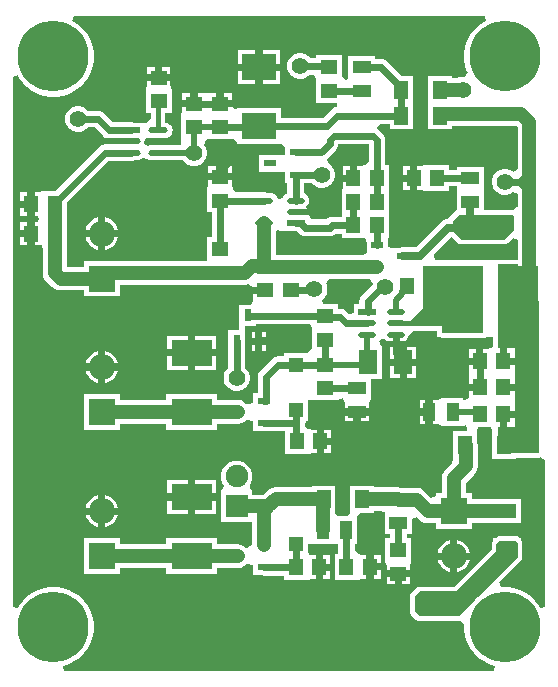
<source format=gtl>
G04*
G04 #@! TF.GenerationSoftware,Altium Limited,Altium Designer,24.10.1 (45)*
G04*
G04 Layer_Physical_Order=1*
G04 Layer_Color=255*
%FSLAX24Y24*%
%MOIN*%
G70*
G04*
G04 #@! TF.SameCoordinates,A2B8B827-00CD-4321-91CD-3D45FF0E1E4C*
G04*
G04*
G04 #@! TF.FilePolarity,Positive*
G04*
G01*
G75*
G04:AMPARAMS|DCode=22|XSize=60.6mil|YSize=19.7mil|CornerRadius=9.8mil|HoleSize=0mil|Usage=FLASHONLY|Rotation=0.000|XOffset=0mil|YOffset=0mil|HoleType=Round|Shape=RoundedRectangle|*
%AMROUNDEDRECTD22*
21,1,0.0606,0.0000,0,0,0.0*
21,1,0.0409,0.0197,0,0,0.0*
1,1,0.0197,0.0205,0.0000*
1,1,0.0197,-0.0205,0.0000*
1,1,0.0197,-0.0205,0.0000*
1,1,0.0197,0.0205,0.0000*
%
%ADD22ROUNDEDRECTD22*%
%ADD23R,0.0606X0.0197*%
%ADD24R,0.0645X0.0197*%
G04:AMPARAMS|DCode=25|XSize=64.5mil|YSize=19.7mil|CornerRadius=9.8mil|HoleSize=0mil|Usage=FLASHONLY|Rotation=0.000|XOffset=0mil|YOffset=0mil|HoleType=Round|Shape=RoundedRectangle|*
%AMROUNDEDRECTD25*
21,1,0.0645,0.0000,0,0,0.0*
21,1,0.0448,0.0197,0,0,0.0*
1,1,0.0197,0.0224,0.0000*
1,1,0.0197,-0.0224,0.0000*
1,1,0.0197,-0.0224,0.0000*
1,1,0.0197,0.0224,0.0000*
%
%ADD25ROUNDEDRECTD25*%
%ADD26R,0.0591X0.0394*%
%ADD27R,0.0394X0.0591*%
%ADD28R,0.0472X0.0591*%
%ADD29R,0.0591X0.0472*%
%ADD30R,0.1181X0.0906*%
%ADD31R,0.1378X0.0906*%
%ADD32R,0.0394X0.0236*%
%ADD33R,0.0236X0.0394*%
%ADD34R,0.0480X0.0472*%
%ADD35R,0.1378X0.2244*%
%ADD36R,0.0551X0.0472*%
%ADD37R,0.0472X0.0551*%
%ADD38R,0.0630X0.0787*%
%ADD39R,0.0472X0.0551*%
%ADD40R,0.0551X0.0472*%
%ADD64C,0.0236*%
%ADD65C,0.0472*%
%ADD66C,0.0197*%
%ADD67C,0.0276*%
%ADD68C,0.0354*%
%ADD69C,0.0157*%
%ADD70C,0.0866*%
%ADD71R,0.0866X0.0866*%
%ADD72R,0.0748X0.0748*%
%ADD73C,0.0748*%
%ADD74C,0.2362*%
%ADD75C,0.0551*%
G36*
X15748Y21654D02*
X15676Y21617D01*
X15506Y21493D01*
X15357Y21344D01*
X15233Y21174D01*
X15137Y20986D01*
X15072Y20786D01*
X15039Y20578D01*
Y20367D01*
X15072Y20159D01*
X15137Y19959D01*
X15146Y19942D01*
X15086Y19848D01*
X15040Y19803D01*
X14943D01*
X14833Y19774D01*
X14822Y19767D01*
X14620D01*
Y19823D01*
X13833D01*
Y19396D01*
X13829Y19370D01*
X13833Y19344D01*
Y18917D01*
Y18589D01*
X13829Y18563D01*
Y18504D01*
X13833Y18478D01*
Y18051D01*
X14620D01*
Y18166D01*
X16763D01*
X16808Y18122D01*
Y16705D01*
X16657Y16632D01*
X16644Y16646D01*
X16545Y16703D01*
X16435Y16732D01*
X16321D01*
X16211Y16703D01*
X16112Y16646D01*
X16031Y16565D01*
X15974Y16466D01*
X15945Y16356D01*
Y16242D01*
X15974Y16132D01*
X16031Y16033D01*
X16112Y15953D01*
X16211Y15896D01*
X16321Y15866D01*
X16435D01*
X16545Y15896D01*
X16644Y15953D01*
X16657Y15966D01*
X16808Y15894D01*
Y15473D01*
X16782Y15438D01*
X16654Y15357D01*
X16654Y15357D01*
X15689D01*
Y15906D01*
X15689Y16024D01*
X15689Y16142D01*
Y16772D01*
X14783D01*
Y16695D01*
X14528D01*
Y16850D01*
X13842D01*
X13740Y16850D01*
X13599Y16811D01*
X13465D01*
Y16417D01*
Y16024D01*
X13599D01*
X13740Y15984D01*
X13842Y15984D01*
X14528D01*
Y16139D01*
X14778D01*
X14783Y15984D01*
X14783Y15906D01*
Y15346D01*
X14781Y15345D01*
X14729Y15310D01*
X14532Y15114D01*
X14497Y15062D01*
X14488D01*
X14488Y15062D01*
X14411Y15051D01*
X14339Y15022D01*
X14278Y14974D01*
X13420Y14117D01*
X12989D01*
X12912Y14107D01*
X12883Y14094D01*
X12635D01*
Y14094D01*
X12483Y14109D01*
Y14409D01*
X12520D01*
Y15197D01*
Y15984D01*
Y16850D01*
X12404D01*
Y17696D01*
X12394Y17768D01*
X12367Y17835D01*
X12323Y17893D01*
X12184Y18031D01*
X12136Y18068D01*
X12135Y18085D01*
X12210Y18226D01*
X12545D01*
Y18051D01*
X12803D01*
X12821Y18049D01*
X12839Y18051D01*
X13333D01*
Y18917D01*
Y19823D01*
X12938D01*
X12447Y20315D01*
X12389Y20359D01*
X12322Y20387D01*
X12250Y20396D01*
X12067D01*
Y20472D01*
X11161D01*
Y19843D01*
X11161Y19764D01*
X11160Y19718D01*
X11089Y19693D01*
X10945Y19807D01*
Y19882D01*
Y20512D01*
X10079D01*
Y20416D01*
X9918D01*
X9913Y20423D01*
X9833Y20504D01*
X9734Y20561D01*
X9624Y20591D01*
X9510D01*
X9400Y20561D01*
X9301Y20504D01*
X9220Y20423D01*
X9163Y20325D01*
X9134Y20214D01*
Y20100D01*
X9163Y19990D01*
X9220Y19892D01*
X9301Y19811D01*
X9400Y19754D01*
X9510Y19724D01*
X9624D01*
X9734Y19754D01*
X9833Y19811D01*
X9880Y19858D01*
X10032Y19843D01*
X10079Y19724D01*
X10079Y19567D01*
Y18937D01*
X10774D01*
X10784Y18780D01*
X10730Y18772D01*
X10663Y18745D01*
X10606Y18700D01*
X10333Y18428D01*
X8937D01*
Y18760D01*
X7441D01*
Y18724D01*
X7389Y18708D01*
X7306Y18780D01*
X6890D01*
Y18898D01*
X6772D01*
Y19252D01*
X6575D01*
X6457Y19252D01*
X6339Y19252D01*
X6142D01*
Y18898D01*
X6024D01*
Y18780D01*
X5630D01*
Y18645D01*
X5591Y18504D01*
X5591Y18402D01*
Y17717D01*
X5591D01*
X5601Y17559D01*
X5573Y17522D01*
X4605D01*
X4538Y17513D01*
X4480Y17489D01*
X4435Y17523D01*
X4363Y17586D01*
X4385Y17726D01*
X4418Y17757D01*
X4548Y17761D01*
X4605Y17754D01*
X5053D01*
X5120Y17762D01*
X5182Y17788D01*
X5236Y17829D01*
X5277Y17883D01*
X5303Y17945D01*
X5311Y18012D01*
X5303Y18079D01*
X5277Y18141D01*
X5236Y18194D01*
X5182Y18235D01*
X5120Y18261D01*
X5070Y18268D01*
Y18583D01*
X5276D01*
Y19268D01*
X5276Y19370D01*
X5236Y19511D01*
Y19646D01*
X4449D01*
Y19511D01*
X4409Y19370D01*
X4409Y19268D01*
Y18583D01*
X4588D01*
Y18404D01*
X4431Y18266D01*
X4391Y18268D01*
Y18268D01*
X4013D01*
X3983Y18280D01*
X3911Y18290D01*
X3317D01*
X3024Y18582D01*
X2967Y18627D01*
X2900Y18654D01*
X2828Y18664D01*
X2500D01*
X2431Y18732D01*
X2333Y18789D01*
X2222Y18819D01*
X2108D01*
X1998Y18789D01*
X1899Y18732D01*
X1819Y18652D01*
X1762Y18553D01*
X1732Y18443D01*
Y18329D01*
X1762Y18219D01*
X1819Y18120D01*
X1899Y18039D01*
X1998Y17982D01*
X2108Y17953D01*
X2222D01*
X2333Y17982D01*
X2431Y18039D01*
X2500Y18108D01*
X2713D01*
X3005Y17815D01*
X3063Y17771D01*
X3130Y17743D01*
X3202Y17734D01*
X3325D01*
X3350Y17717D01*
Y17689D01*
X3200Y17542D01*
X3051D01*
X2979Y17532D01*
X2912Y17505D01*
X2855Y17460D01*
X1381Y15987D01*
X1378Y15988D01*
X1352Y15984D01*
X984Y15984D01*
X843Y15945D01*
X709D01*
Y15551D01*
Y15157D01*
X810D01*
X868Y15059D01*
X810Y14961D01*
X709D01*
Y14567D01*
Y14173D01*
X823D01*
X945Y14173D01*
X981Y14031D01*
Y13268D01*
X994Y13165D01*
X1034Y13069D01*
X1097Y12987D01*
X1294Y12790D01*
X1376Y12727D01*
X1472Y12687D01*
X1575Y12674D01*
X2362D01*
Y12480D01*
X3543D01*
Y12871D01*
X7717D01*
X7819Y12884D01*
X7835Y12890D01*
X7992Y12795D01*
X8386D01*
Y12559D01*
X7992D01*
Y12323D01*
X7912Y12199D01*
X7535D01*
Y11862D01*
X7533Y11844D01*
Y11828D01*
X7535Y11810D01*
Y11496D01*
X7535Y11490D01*
X7521Y11339D01*
X7165D01*
Y11002D01*
X7163Y10984D01*
Y10098D01*
X7094Y10030D01*
X7037Y9931D01*
X7008Y9821D01*
Y9707D01*
X7037Y9597D01*
X7094Y9498D01*
X7175Y9417D01*
X7274Y9360D01*
X7384Y9331D01*
X7498D01*
X7608Y9360D01*
X7707Y9417D01*
X7787Y9498D01*
X7844Y9597D01*
X7874Y9707D01*
Y9821D01*
X7844Y9931D01*
X7787Y10030D01*
X7719Y10098D01*
Y10984D01*
X7717Y11002D01*
Y11332D01*
X7717Y11339D01*
X7731Y11490D01*
X8087D01*
Y11550D01*
X9900D01*
X9961Y11417D01*
Y10748D01*
X9819Y10592D01*
X9807Y10593D01*
Y10593D01*
X9012D01*
Y10477D01*
X8821D01*
X8749Y10467D01*
X8682Y10440D01*
X8624Y10395D01*
X8229Y10000D01*
X8184Y9942D01*
X8157Y9875D01*
X8147Y9803D01*
Y9268D01*
X7989D01*
Y8912D01*
X7838Y8898D01*
X7832Y8898D01*
X7768D01*
X7764Y8903D01*
X7682Y8966D01*
X7586Y9006D01*
X7483Y9019D01*
X6791D01*
Y9232D01*
X5098D01*
Y9019D01*
X3543D01*
Y9213D01*
X2362D01*
Y8031D01*
X3543D01*
Y8225D01*
X5098D01*
Y8012D01*
X6791D01*
Y8225D01*
X7483D01*
X7586Y8238D01*
X7682Y8278D01*
X7764Y8341D01*
X7768Y8346D01*
X7832D01*
X7838Y8346D01*
X7989Y8332D01*
Y7976D01*
X8325D01*
X8343Y7974D01*
X9055D01*
Y7205D01*
X9741D01*
X9843Y7205D01*
X9984Y7244D01*
X10118D01*
Y7638D01*
Y8031D01*
X9984D01*
X9843Y8071D01*
X9799D01*
X9722Y8148D01*
X9771Y8305D01*
X9807D01*
Y9006D01*
X9961Y9016D01*
X9965Y9016D01*
X10827D01*
Y9016D01*
X10984Y9075D01*
X11004Y9055D01*
X11043Y8914D01*
X11043Y8898D01*
Y8740D01*
X11457D01*
X11870D01*
X11870Y8914D01*
X11909Y9055D01*
X11909Y9078D01*
Y9724D01*
X12283D01*
Y10827D01*
X12273D01*
X12195Y10973D01*
X12248Y11051D01*
X12398Y11050D01*
X12401Y11045D01*
X12473Y10997D01*
X12557Y10980D01*
X12644D01*
Y11201D01*
X12880D01*
Y10980D01*
X12967D01*
X13051Y10997D01*
X13123Y11045D01*
X13171Y11116D01*
X13187Y11201D01*
X13312Y11336D01*
X14131D01*
Y11260D01*
X14134Y11244D01*
Y11122D01*
X14214D01*
X14230Y11112D01*
X14291Y11099D01*
X15669D01*
X15678Y11101D01*
X15827Y11122D01*
Y11122D01*
X15981Y11115D01*
Y10835D01*
X15926Y10743D01*
X15804Y10709D01*
X15669D01*
Y10315D01*
X15551D01*
Y10197D01*
X15197D01*
Y10000D01*
X15197Y9882D01*
X15197Y9764D01*
Y9567D01*
X15551D01*
Y9331D01*
X15197D01*
Y9130D01*
X15186Y9086D01*
X15049Y9015D01*
X15000Y9033D01*
Y9075D01*
X14314D01*
X14291Y9075D01*
X14150Y9035D01*
X14134Y9035D01*
X13976D01*
Y8622D01*
Y8209D01*
X14150Y8209D01*
X14291Y8169D01*
X14314Y8169D01*
X15000D01*
Y8169D01*
X15080Y8182D01*
X15135Y8046D01*
X15110Y7972D01*
X14671D01*
Y7067D01*
X14671Y7067D01*
X14671D01*
X14671Y7067D01*
X14636Y6924D01*
X14404Y6692D01*
X14341Y6610D01*
X14301Y6514D01*
X14288Y6411D01*
Y5909D01*
X14094D01*
Y5824D01*
X13937Y5758D01*
X13726Y5970D01*
X13643Y6033D01*
X13548Y6073D01*
X13445Y6086D01*
X12952D01*
X12937Y6092D01*
X12835Y6106D01*
X12022D01*
Y6161D01*
X11234D01*
Y5734D01*
X11231Y5709D01*
X11234Y5683D01*
Y5295D01*
X11234Y5256D01*
X11139Y5138D01*
X10829Y5138D01*
X10738Y5252D01*
X10734Y5290D01*
Y5683D01*
X10738Y5709D01*
X10734Y5734D01*
Y6161D01*
X9947D01*
Y6106D01*
X9424D01*
X9409Y6108D01*
X8742D01*
X8639Y6094D01*
X8544Y6055D01*
X8461Y5991D01*
X8339Y5870D01*
X7972D01*
Y6004D01*
X7947D01*
X7893Y6099D01*
X7875Y6161D01*
X7936Y6267D01*
X7972Y6402D01*
Y6542D01*
X7936Y6678D01*
X7866Y6799D01*
X7767Y6898D01*
X7646Y6968D01*
X7511Y7004D01*
X7371D01*
X7236Y6968D01*
X7115Y6898D01*
X7016Y6799D01*
X6946Y6678D01*
X6909Y6542D01*
Y6402D01*
X6946Y6267D01*
X7007Y6161D01*
X6989Y6099D01*
X6935Y6004D01*
X6909D01*
Y4941D01*
X7946D01*
Y4207D01*
X7900Y4159D01*
X7800Y4094D01*
X7768D01*
X7764Y4100D01*
X7682Y4163D01*
X7586Y4202D01*
X7483Y4216D01*
X6791D01*
Y4429D01*
X5098D01*
Y4216D01*
X3543D01*
Y4409D01*
X2362D01*
Y3228D01*
X3543D01*
Y3422D01*
X5098D01*
Y3209D01*
X6791D01*
Y3422D01*
X7483D01*
X7586Y3435D01*
X7682Y3475D01*
X7764Y3538D01*
X7768Y3543D01*
X7832D01*
X7838Y3543D01*
X7989Y3528D01*
Y3173D01*
X8325D01*
X8343Y3171D01*
X9016D01*
Y3016D01*
X9701D01*
X9803Y3016D01*
X9944Y3055D01*
X10079D01*
Y3449D01*
Y3843D01*
X9965D01*
X9843Y3843D01*
X9807Y3985D01*
Y4223D01*
X9961Y4232D01*
X9965Y4232D01*
X10591D01*
X10669Y4232D01*
X10824Y4227D01*
Y3898D01*
X10709D01*
Y3031D01*
X11394D01*
X11496Y3031D01*
X11637Y3071D01*
X11772D01*
Y3465D01*
Y3858D01*
X11637D01*
X11496Y3898D01*
X11492D01*
X11380Y4009D01*
Y4232D01*
X11457D01*
Y5098D01*
X11457Y5138D01*
X11552Y5256D01*
X12022D01*
Y5312D01*
X12239D01*
X12382Y5276D01*
X12382Y5154D01*
Y4567D01*
X12557D01*
Y4409D01*
X12402D01*
Y3724D01*
X12402Y3622D01*
X12441Y3481D01*
Y3346D01*
X12835D01*
X13228D01*
Y3481D01*
X13268Y3622D01*
X13268Y3724D01*
Y4409D01*
X13113D01*
Y4567D01*
X13287D01*
Y5062D01*
X13445Y5127D01*
X13538Y5034D01*
X13620Y4971D01*
X13716Y4931D01*
X13819Y4918D01*
X14094D01*
Y4728D01*
X15276D01*
Y4927D01*
X16452D01*
X16515Y4935D01*
X16909D01*
Y5722D01*
X16482D01*
X16457Y5726D01*
X16431Y5722D01*
X16004D01*
Y5721D01*
X15276D01*
Y5909D01*
X15082D01*
Y6247D01*
X15360Y6524D01*
X15423Y6607D01*
X15462Y6702D01*
X15476Y6805D01*
Y7520D01*
X15462Y7622D01*
X15459Y7631D01*
Y7953D01*
X15459Y7972D01*
X15506Y8110D01*
X15911Y8110D01*
X15957Y7977D01*
X15959Y7958D01*
Y7067D01*
X16746D01*
Y7084D01*
X17480D01*
X17480Y7084D01*
X17542Y7096D01*
X17559Y7107D01*
X17670Y7069D01*
X17717Y7031D01*
Y2125D01*
X17559Y2087D01*
X17523Y2158D01*
X17399Y2329D01*
X17250Y2478D01*
X17080Y2602D01*
X16892Y2697D01*
X16691Y2762D01*
X16483Y2795D01*
X16277D01*
X16269Y2804D01*
X16202Y2944D01*
X16906Y3648D01*
X16909D01*
Y3651D01*
X16925Y3666D01*
X16959Y3718D01*
X16972Y3780D01*
X16972Y3780D01*
Y4252D01*
X16959Y4313D01*
X16925Y4365D01*
X16925Y4366D01*
X16909Y4381D01*
Y4435D01*
X16855D01*
X16846Y4444D01*
X16794Y4479D01*
X16732Y4491D01*
X16732Y4491D01*
X16220D01*
X16220Y4491D01*
X16159Y4479D01*
X16107Y4444D01*
X16107Y4444D01*
X16098Y4435D01*
X16004D01*
Y4341D01*
X15989Y4326D01*
X15954Y4274D01*
X15942Y4213D01*
X15942Y4213D01*
Y4043D01*
X14697Y2798D01*
X13543D01*
X13543Y2798D01*
X13482Y2786D01*
X13430Y2751D01*
X13430Y2751D01*
X13272Y2594D01*
X13237Y2542D01*
X13225Y2480D01*
X13225Y2480D01*
Y1969D01*
X13225Y1969D01*
X13237Y1907D01*
X13272Y1855D01*
X13272Y1855D01*
X13430Y1697D01*
X13482Y1663D01*
X13543Y1650D01*
X13543Y1650D01*
X14843D01*
X14843Y1650D01*
X14904Y1663D01*
X15040Y1564D01*
X15039Y1562D01*
Y1351D01*
X15072Y1143D01*
X15137Y943D01*
X15233Y755D01*
X15357Y585D01*
X15506Y436D01*
X15676Y312D01*
X15864Y216D01*
X16064Y151D01*
X16033Y0D01*
X1684D01*
X1652Y151D01*
X1852Y216D01*
X2040Y312D01*
X2211Y436D01*
X2360Y585D01*
X2483Y755D01*
X2579Y943D01*
X2644Y1143D01*
X2677Y1351D01*
Y1562D01*
X2644Y1770D01*
X2579Y1971D01*
X2483Y2158D01*
X2360Y2329D01*
X2211Y2478D01*
X2040Y2602D01*
X1852Y2697D01*
X1652Y2762D01*
X1444Y2795D01*
X1233D01*
X1025Y2762D01*
X825Y2697D01*
X637Y2602D01*
X467Y2478D01*
X318Y2329D01*
X194Y2158D01*
X157Y2087D01*
X0Y2125D01*
Y19804D01*
X157Y19842D01*
X194Y19771D01*
X318Y19600D01*
X467Y19451D01*
X637Y19328D01*
X825Y19232D01*
X1025Y19167D01*
X1233Y19134D01*
X1444D01*
X1652Y19167D01*
X1852Y19232D01*
X2040Y19328D01*
X2211Y19451D01*
X2360Y19600D01*
X2483Y19771D01*
X2579Y19959D01*
X2644Y20159D01*
X2677Y20367D01*
Y20578D01*
X2644Y20786D01*
X2579Y20986D01*
X2483Y21174D01*
X2360Y21344D01*
X2211Y21493D01*
X2040Y21617D01*
X1969Y21654D01*
X2007Y21811D01*
X15710D01*
X15748Y21654D01*
D02*
G37*
G36*
X11848Y16962D02*
X11737Y16850D01*
X11732D01*
X11591Y16811D01*
X11457D01*
Y16417D01*
X11339D01*
Y16299D01*
X10984D01*
Y16063D01*
X10945D01*
Y15197D01*
Y15120D01*
X10622D01*
X10550Y15111D01*
X10483Y15083D01*
X10429Y15042D01*
X9923D01*
X9870Y15177D01*
D01*
X9830Y15318D01*
X9818Y15380D01*
X9770Y15451D01*
X9838Y15540D01*
X9863Y15602D01*
X9872Y15669D01*
X9863Y15736D01*
X9838Y15798D01*
X9797Y15852D01*
X9743Y15893D01*
X9687Y15916D01*
Y16257D01*
X9941D01*
X10010Y16189D01*
X10108Y16132D01*
X10219Y16102D01*
X10333D01*
X10443Y16132D01*
X10541Y16189D01*
X10622Y16270D01*
X10679Y16368D01*
X10709Y16478D01*
Y16592D01*
X10679Y16703D01*
X10622Y16801D01*
X10541Y16882D01*
X10496Y16908D01*
X10469Y17053D01*
X10478Y17093D01*
X10748Y17363D01*
X10792Y17420D01*
X10820Y17487D01*
X10829Y17557D01*
X11848D01*
Y16962D01*
D02*
G37*
G36*
X7323Y17717D02*
X7441Y17621D01*
Y17539D01*
X8902D01*
X8937Y17539D01*
X9055Y17444D01*
Y17196D01*
X8904Y17181D01*
X8898Y17181D01*
X8195D01*
Y16630D01*
X8898D01*
X8904Y16630D01*
X9055Y16615D01*
Y16260D01*
X9131D01*
Y15916D01*
X9076Y15893D01*
X9022Y15852D01*
X8981Y15798D01*
X8964Y15757D01*
X8882Y15737D01*
X8799Y15757D01*
X8782Y15798D01*
X8741Y15852D01*
X8688Y15893D01*
X8625Y15919D01*
X8559Y15927D01*
X8451D01*
X8426Y15938D01*
X8354Y15947D01*
X7434D01*
X7323Y16059D01*
Y16063D01*
X7283Y16204D01*
Y16339D01*
X6496D01*
Y16204D01*
X6457Y16063D01*
X6457Y15961D01*
Y15276D01*
X6612D01*
Y14449D01*
X6457D01*
Y13665D01*
X3150D01*
X3124Y13661D01*
X2362D01*
Y13468D01*
X1775D01*
Y14567D01*
Y15591D01*
X1775Y15594D01*
X3166Y16986D01*
X3911D01*
X3983Y16995D01*
X4008Y17006D01*
X4135D01*
X4202Y17014D01*
X4264Y17040D01*
X4318Y17081D01*
X4476Y17040D01*
X4538Y17014D01*
X4605Y17006D01*
X5661D01*
X5677Y16978D01*
X5758Y16898D01*
X5856Y16841D01*
X5967Y16811D01*
X6081D01*
X6191Y16841D01*
X6290Y16898D01*
X6370Y16978D01*
X6427Y17077D01*
X6457Y17187D01*
Y17301D01*
X6427Y17411D01*
X6370Y17510D01*
X6411Y17679D01*
X6457Y17717D01*
X6457D01*
Y17717D01*
X7323D01*
D02*
G37*
G36*
X16693Y15157D02*
Y14685D01*
X16378Y14370D01*
X14921D01*
X14646Y14646D01*
Y15000D01*
X14843Y15197D01*
X16654D01*
X16693Y15157D01*
D02*
G37*
G36*
X8949Y14665D02*
Y14665D01*
X9307D01*
X9338Y14653D01*
X9409Y14643D01*
X9460D01*
X9536Y14567D01*
X9593Y14523D01*
X9660Y14495D01*
X9732Y14486D01*
X10543D01*
X10615Y14495D01*
X10682Y14523D01*
X10736Y14565D01*
X10945D01*
Y14409D01*
X11575D01*
X11732Y14409D01*
X11775Y14270D01*
Y13913D01*
X11642Y13854D01*
X9685D01*
Y13858D01*
X9278D01*
X9252Y13862D01*
X8767D01*
Y14659D01*
X8791Y14680D01*
X8949Y14665D01*
D02*
G37*
G36*
X14808Y14257D02*
X14860Y14222D01*
X14921Y14210D01*
X14921Y14210D01*
X16378D01*
X16439Y14222D01*
X16491Y14257D01*
X16650Y14415D01*
X16808Y14350D01*
Y13704D01*
X16142D01*
X16133Y13702D01*
X15984Y13681D01*
X15984Y13681D01*
X15827Y13681D01*
Y13681D01*
X14134D01*
X14134Y13681D01*
Y13681D01*
X14068Y13700D01*
X14015Y13870D01*
X14605Y14459D01*
X14808Y14257D01*
D02*
G37*
G36*
X11982Y12902D02*
X11979Y12890D01*
X11614Y12526D01*
X11570Y12468D01*
X11543Y12401D01*
X11533Y12329D01*
Y12205D01*
X11344D01*
Y11927D01*
X11187Y11883D01*
X11102Y11968D01*
X11044Y12012D01*
X10977Y12040D01*
X10906Y12050D01*
X10827D01*
Y12205D01*
X10334D01*
X10292Y12362D01*
X10305Y12370D01*
X10386Y12451D01*
X10443Y12549D01*
X10472Y12660D01*
Y12774D01*
X10443Y12884D01*
X10432Y12902D01*
X10523Y13060D01*
X11889D01*
X11982Y12902D01*
D02*
G37*
G36*
X15669Y11260D02*
X14291D01*
Y11496D01*
X12598D01*
Y11654D01*
X13228D01*
X13661Y12087D01*
Y13504D01*
X15669D01*
Y11260D01*
D02*
G37*
G36*
X16808Y12940D02*
X16550Y12682D01*
X16487Y12600D01*
X16447Y12504D01*
X16434Y12402D01*
X16447Y12299D01*
X16487Y12203D01*
X16550Y12121D01*
X16632Y12058D01*
X16728Y12018D01*
X16831Y12004D01*
X16933Y12018D01*
X17029Y12058D01*
X17112Y12121D01*
X17362Y12371D01*
X17520Y12306D01*
Y7283D01*
X17480Y7244D01*
X16142D01*
Y8110D01*
X16220D01*
Y8543D01*
X16339D01*
Y8661D01*
X16732D01*
Y8976D01*
X16732D01*
Y9016D01*
X16732D01*
Y9331D01*
X16339D01*
Y9567D01*
X16732D01*
Y9724D01*
X16732Y9882D01*
X16732D01*
Y9882D01*
X16732D01*
Y10197D01*
X16339D01*
Y10315D01*
X16220D01*
Y10748D01*
X16142D01*
Y13543D01*
X16808D01*
Y12940D01*
D02*
G37*
G36*
X16811Y4252D02*
Y3780D01*
X15491Y2460D01*
X15429Y2406D01*
X15375Y2344D01*
X14843Y1811D01*
X13543D01*
X13386Y1969D01*
Y2480D01*
X13543Y2638D01*
X14764D01*
X16102Y3976D01*
Y4213D01*
X16220Y4331D01*
X16732D01*
X16811Y4252D01*
D02*
G37*
%LPC*%
G36*
X8898Y20689D02*
X8307D01*
Y20236D01*
X8898D01*
Y20689D01*
D02*
G37*
G36*
X8071D02*
X7480D01*
Y20236D01*
X8071D01*
Y20689D01*
D02*
G37*
G36*
X5236Y20118D02*
X4961D01*
Y19882D01*
X5236D01*
Y20118D01*
D02*
G37*
G36*
X4724D02*
X4449D01*
Y19882D01*
X4724D01*
Y20118D01*
D02*
G37*
G36*
X8898Y20000D02*
X8307D01*
Y19547D01*
X8898D01*
Y20000D01*
D02*
G37*
G36*
X8071D02*
X7480D01*
Y19547D01*
X8071D01*
Y20000D01*
D02*
G37*
G36*
X5906Y19252D02*
X5630D01*
Y19016D01*
X5906D01*
Y19252D01*
D02*
G37*
G36*
X7008D02*
Y19016D01*
X7283D01*
Y19252D01*
X7008D01*
D02*
G37*
G36*
X13228Y16811D02*
X12992D01*
Y16535D01*
X13228D01*
Y16811D01*
D02*
G37*
G36*
Y16299D02*
X12992D01*
Y16024D01*
X13228D01*
Y16299D01*
D02*
G37*
G36*
X472Y15945D02*
X236D01*
Y15669D01*
X472D01*
Y15945D01*
D02*
G37*
G36*
Y15433D02*
X236D01*
Y15157D01*
X472D01*
Y15433D01*
D02*
G37*
G36*
Y14961D02*
X236D01*
Y14685D01*
X472D01*
Y14961D01*
D02*
G37*
G36*
Y14449D02*
X236D01*
Y14173D01*
X472D01*
Y14449D01*
D02*
G37*
G36*
X8417Y11299D02*
X8299D01*
Y11102D01*
X8417D01*
Y11299D01*
D02*
G37*
G36*
X8063D02*
X7945D01*
Y11102D01*
X8063D01*
Y11299D01*
D02*
G37*
G36*
X6752Y11161D02*
X6063D01*
Y10709D01*
X6752D01*
Y11161D01*
D02*
G37*
G36*
X5827D02*
X5138D01*
Y10709D01*
X5827D01*
Y11161D01*
D02*
G37*
G36*
X8417Y10866D02*
X8299D01*
Y10669D01*
X8417D01*
Y10866D01*
D02*
G37*
G36*
X8063D02*
X7945D01*
Y10669D01*
X8063D01*
Y10866D01*
D02*
G37*
G36*
X15433Y10709D02*
X15197D01*
Y10433D01*
X15433D01*
Y10709D01*
D02*
G37*
G36*
X13425Y10787D02*
X13110D01*
Y10394D01*
X13425D01*
Y10787D01*
D02*
G37*
G36*
X12874D02*
X12559D01*
Y10394D01*
X12874D01*
Y10787D01*
D02*
G37*
G36*
X3071Y10661D02*
Y10240D01*
X3492D01*
X3466Y10335D01*
X3394Y10460D01*
X3291Y10563D01*
X3165Y10636D01*
X3071Y10661D01*
D02*
G37*
G36*
X2835D02*
X2740Y10636D01*
X2614Y10563D01*
X2512Y10460D01*
X2439Y10335D01*
X2414Y10240D01*
X2835D01*
Y10661D01*
D02*
G37*
G36*
X6752Y10472D02*
X6063D01*
Y10020D01*
X6752D01*
Y10472D01*
D02*
G37*
G36*
X5827D02*
X5138D01*
Y10020D01*
X5827D01*
Y10472D01*
D02*
G37*
G36*
X13425Y10157D02*
X13110D01*
Y9764D01*
X13425D01*
Y10157D01*
D02*
G37*
G36*
X12874D02*
X12559D01*
Y9764D01*
X12874D01*
Y10157D01*
D02*
G37*
G36*
X3492Y10004D02*
X3071D01*
Y9583D01*
X3165Y9608D01*
X3291Y9681D01*
X3394Y9784D01*
X3466Y9909D01*
X3492Y10004D01*
D02*
G37*
G36*
X2835D02*
X2414D01*
X2439Y9909D01*
X2512Y9784D01*
X2614Y9681D01*
X2740Y9608D01*
X2835Y9583D01*
Y10004D01*
D02*
G37*
G36*
X13740Y9035D02*
X13543D01*
Y8740D01*
X13740D01*
Y9035D01*
D02*
G37*
G36*
X11870Y8504D02*
X11575D01*
Y8307D01*
X11870D01*
Y8504D01*
D02*
G37*
G36*
X11339D02*
X11043D01*
Y8307D01*
X11339D01*
Y8504D01*
D02*
G37*
G36*
X13740Y8504D02*
X13543D01*
Y8209D01*
X13740D01*
Y8504D01*
D02*
G37*
G36*
X10354Y8031D02*
Y7756D01*
X10591D01*
Y8031D01*
X10354D01*
D02*
G37*
G36*
X10591Y7520D02*
X10354D01*
Y7244D01*
X10591D01*
Y7520D01*
D02*
G37*
G36*
X6752Y6358D02*
X6063D01*
Y5906D01*
X6752D01*
Y6358D01*
D02*
G37*
G36*
X5827D02*
X5138D01*
Y5906D01*
X5827D01*
Y6358D01*
D02*
G37*
G36*
X3071Y5858D02*
Y5437D01*
X3492D01*
X3466Y5532D01*
X3394Y5657D01*
X3291Y5760D01*
X3165Y5833D01*
X3071Y5858D01*
D02*
G37*
G36*
X2835Y5858D02*
X2740Y5833D01*
X2614Y5760D01*
X2512Y5657D01*
X2439Y5532D01*
X2414Y5437D01*
X2835D01*
Y5858D01*
D02*
G37*
G36*
X6752Y5669D02*
X6063D01*
Y5217D01*
X6752D01*
Y5669D01*
D02*
G37*
G36*
X5827D02*
X5138D01*
Y5217D01*
X5827D01*
Y5669D01*
D02*
G37*
G36*
X2835Y5201D02*
X2414D01*
X2439Y5106D01*
X2512Y4980D01*
X2614Y4878D01*
X2740Y4805D01*
X2835Y4780D01*
Y5201D01*
D02*
G37*
G36*
X3492D02*
X3071D01*
Y4780D01*
X3165Y4805D01*
X3291Y4878D01*
X3394Y4980D01*
X3466Y5106D01*
X3492Y5201D01*
D02*
G37*
G36*
X14803Y4358D02*
Y3937D01*
X15224D01*
X15199Y4032D01*
X15126Y4157D01*
X15023Y4260D01*
X14898Y4333D01*
X14803Y4358D01*
D02*
G37*
G36*
X14567D02*
X14472Y4333D01*
X14347Y4260D01*
X14244Y4157D01*
X14171Y4032D01*
X14146Y3937D01*
X14567D01*
Y4358D01*
D02*
G37*
G36*
X12008Y3858D02*
Y3583D01*
X12244D01*
Y3858D01*
X12008D01*
D02*
G37*
G36*
X10315Y3843D02*
Y3567D01*
X10551D01*
Y3843D01*
X10315D01*
D02*
G37*
G36*
X14567Y3701D02*
X14146D01*
X14171Y3606D01*
X14244Y3480D01*
X14347Y3378D01*
X14472Y3305D01*
X14567Y3280D01*
Y3701D01*
D02*
G37*
G36*
X15224D02*
X14803D01*
Y3280D01*
X14898Y3305D01*
X15023Y3378D01*
X15126Y3480D01*
X15199Y3606D01*
X15224Y3701D01*
D02*
G37*
G36*
X12244Y3346D02*
X12008D01*
Y3071D01*
X12244D01*
Y3346D01*
D02*
G37*
G36*
X10551Y3331D02*
X10315D01*
Y3055D01*
X10551D01*
Y3331D01*
D02*
G37*
G36*
X13228Y3110D02*
X12953D01*
Y2874D01*
X13228D01*
Y3110D01*
D02*
G37*
G36*
X12717D02*
X12441D01*
Y2874D01*
X12717D01*
Y3110D01*
D02*
G37*
G36*
X11220Y16811D02*
X10984D01*
Y16535D01*
X11220D01*
Y16811D01*
D02*
G37*
G36*
X7283Y16811D02*
X7008D01*
Y16575D01*
X7283D01*
Y16811D01*
D02*
G37*
G36*
X6772D02*
X6496D01*
Y16575D01*
X6772D01*
Y16811D01*
D02*
G37*
G36*
X3071Y15110D02*
Y14689D01*
X3492D01*
X3466Y14784D01*
X3394Y14909D01*
X3291Y15012D01*
X3165Y15084D01*
X3071Y15110D01*
D02*
G37*
G36*
X2835Y15110D02*
X2740Y15084D01*
X2614Y15012D01*
X2512Y14909D01*
X2439Y14784D01*
X2414Y14689D01*
X2835D01*
Y15110D01*
D02*
G37*
G36*
Y14453D02*
X2414D01*
X2439Y14358D01*
X2512Y14232D01*
X2614Y14130D01*
X2740Y14057D01*
X2835Y14032D01*
Y14453D01*
D02*
G37*
G36*
X3492D02*
X3071D01*
Y14032D01*
X3165Y14057D01*
X3291Y14130D01*
X3394Y14232D01*
X3466Y14358D01*
X3492Y14453D01*
D02*
G37*
G36*
X16732Y10748D02*
X16457D01*
Y10433D01*
X16732D01*
Y10748D01*
D02*
G37*
G36*
Y8425D02*
X16457D01*
Y8110D01*
X16732D01*
Y8425D01*
D02*
G37*
%LPD*%
D22*
X12762Y11949D02*
D03*
Y11575D02*
D03*
Y11201D02*
D03*
X11805D02*
D03*
Y11575D02*
D03*
X8354Y14921D02*
D03*
Y15669D02*
D03*
X9409D02*
D03*
Y15295D02*
D03*
D23*
X11805Y11949D02*
D03*
X9409Y14921D02*
D03*
D24*
X3911Y18012D02*
D03*
D25*
Y17638D02*
D03*
Y17264D02*
D03*
X4829D02*
D03*
Y18012D02*
D03*
D26*
X11457Y8622D02*
D03*
Y9409D02*
D03*
X11614Y19331D02*
D03*
Y20118D02*
D03*
X12835Y4921D02*
D03*
Y5709D02*
D03*
X15236Y15630D02*
D03*
Y16417D02*
D03*
D27*
X11102Y4685D02*
D03*
X10315D02*
D03*
X13858Y8622D02*
D03*
X14646D02*
D03*
D28*
X12939Y18504D02*
D03*
X14226D02*
D03*
X12939Y19370D02*
D03*
X14226D02*
D03*
X15065Y7520D02*
D03*
X16352D02*
D03*
X11628Y5709D02*
D03*
X10341D02*
D03*
D29*
X16457Y5329D02*
D03*
Y4041D02*
D03*
D30*
X8189Y18150D02*
D03*
Y20118D02*
D03*
D31*
X5945Y8622D02*
D03*
Y10591D02*
D03*
Y3819D02*
D03*
Y5787D02*
D03*
D32*
X8343Y8252D02*
D03*
Y8992D02*
D03*
X7483Y8622D02*
D03*
X12129Y14189D02*
D03*
Y13449D02*
D03*
X12989Y13819D02*
D03*
X8343Y3449D02*
D03*
Y4189D02*
D03*
X7483Y3819D02*
D03*
X9409Y16535D02*
D03*
Y17275D02*
D03*
X8549Y16905D02*
D03*
D33*
X7441Y10984D02*
D03*
X8181D02*
D03*
X7811Y11844D02*
D03*
D34*
X9409Y8699D02*
D03*
Y10199D02*
D03*
Y4209D02*
D03*
Y5709D02*
D03*
D35*
X16831Y12402D02*
D03*
X14980D02*
D03*
D36*
X10394Y11024D02*
D03*
Y11811D02*
D03*
Y9409D02*
D03*
Y10197D02*
D03*
X4843Y18976D02*
D03*
Y19764D02*
D03*
X10512Y20118D02*
D03*
Y19331D02*
D03*
X6890Y13268D02*
D03*
Y14055D02*
D03*
X9252Y13465D02*
D03*
Y12677D02*
D03*
X6890Y15669D02*
D03*
Y16457D02*
D03*
X12835Y4016D02*
D03*
Y3228D02*
D03*
D37*
X10236Y7638D02*
D03*
X9449D02*
D03*
X12126Y14843D02*
D03*
X11339D02*
D03*
X14134Y16417D02*
D03*
X13346D02*
D03*
X11339Y15630D02*
D03*
X12126D02*
D03*
Y16417D02*
D03*
X11339D02*
D03*
X11102Y3465D02*
D03*
X11890D02*
D03*
X10197Y3449D02*
D03*
X9409D02*
D03*
X16339Y8543D02*
D03*
X15551D02*
D03*
D38*
X12992Y10276D02*
D03*
X11811D02*
D03*
D39*
X13898Y12835D02*
D03*
X13110D02*
D03*
X16339Y9449D02*
D03*
X15551D02*
D03*
X16339Y10315D02*
D03*
X15551D02*
D03*
X1378Y14567D02*
D03*
X591D02*
D03*
X1378Y15551D02*
D03*
X591D02*
D03*
D40*
X6024Y18110D02*
D03*
Y18898D02*
D03*
X6890Y18110D02*
D03*
Y18898D02*
D03*
X8386Y13465D02*
D03*
Y12677D02*
D03*
D64*
X3051Y17264D02*
X3911D01*
X1378Y15591D02*
X3051Y17264D01*
X11811Y11968D02*
Y12329D01*
X12217Y12735D02*
X12341D01*
X11811Y12329D02*
X12217Y12735D01*
X12341D02*
X12402Y12795D01*
X6890Y16457D02*
X6917D01*
X7035Y16575D01*
Y16799D01*
X7480Y17244D01*
X6024Y18898D02*
X6890D01*
X8425Y8992D02*
Y9803D01*
X15551Y9449D02*
Y10315D01*
X14626Y9469D02*
X15532D01*
X15551Y9449D01*
X14606Y9488D02*
X14626Y9469D01*
X12762Y10584D02*
Y11201D01*
Y10584D02*
X12992Y10354D01*
Y10276D02*
Y10354D01*
X12126Y15630D02*
Y16417D01*
X11339D02*
Y17283D01*
X9409Y15669D02*
Y16535D01*
X10215Y16475D02*
X10276Y16535D01*
X9409D02*
X10157D01*
X16850Y16299D02*
X17087Y16063D01*
X16850Y16299D02*
X17087Y16535D01*
X17205D01*
X16378Y16299D02*
X16850D01*
X8181Y11024D02*
X9055D01*
X8181Y10984D02*
Y11024D01*
X9055D02*
X9094Y11063D01*
X12250Y20118D02*
X12939Y19429D01*
X11614Y20118D02*
X12250D01*
X12939Y19370D02*
Y19429D01*
X12880Y18504D02*
X12939Y18445D01*
X10802Y18504D02*
X12880D01*
X8189Y18150D02*
X10448D01*
X10802Y18504D01*
X10551Y17696D02*
X10690Y17835D01*
X11988D01*
X10268Y17275D02*
X10551Y17559D01*
Y17696D01*
X12126Y16417D02*
Y17696D01*
X11988Y17835D02*
X12126Y17696D01*
X11614Y19331D02*
X11614Y19331D01*
X10512Y19331D02*
X11614D01*
X10492Y20138D02*
X10512Y20118D01*
X9587Y20138D02*
X10492D01*
X9567Y20157D02*
X9587Y20138D01*
X2165Y18386D02*
X2828D01*
X3202Y18012D01*
X3911D01*
X6890Y18110D02*
X8150D01*
X12939Y18504D02*
Y19370D01*
X7811Y11828D02*
X10377D01*
X11102Y11575D02*
X11805D01*
X10906Y11772D02*
X11102Y11575D01*
X10433Y11772D02*
X10906D01*
X10394Y11811D02*
X10433Y11772D01*
X9272Y12697D02*
X10020D01*
X10039Y12717D01*
X9252Y12677D02*
X9272Y12697D01*
X10543Y14764D02*
X10622Y14843D01*
X9409Y14921D02*
X9575D01*
X10622Y14843D02*
X11339D01*
X9732Y14764D02*
X10543D01*
X9575Y14921D02*
X9732Y14764D01*
X11339Y14843D02*
Y15630D01*
X12128Y14189D02*
Y14841D01*
X12126Y14843D02*
X12128Y14841D01*
Y14189D02*
X12129D01*
X8150Y18110D02*
X8189Y18150D01*
X12821Y18327D02*
X12939Y18445D01*
X6890Y15669D02*
X8354D01*
X6890Y14055D02*
Y15669D01*
X7811Y11828D02*
Y11844D01*
X14134Y16417D02*
X14134Y16417D01*
X15197D01*
X9409Y17275D02*
X10268D01*
X10377Y11828D02*
X10394Y11811D01*
X7441Y9764D02*
Y10984D01*
X10394Y10197D02*
Y11024D01*
X9410Y10198D02*
X10393D01*
X9409Y10199D02*
X9410Y10198D01*
X10393D02*
X10394Y10197D01*
X9409Y8252D02*
Y8699D01*
X8821Y10199D02*
X9409D01*
X8425Y9803D02*
X8821Y10199D01*
X9409Y7677D02*
X9449Y7638D01*
X9409Y7677D02*
Y8252D01*
X8343Y8992D02*
X8425D01*
X11457Y9409D02*
X11457Y9409D01*
X10394Y9409D02*
X11457D01*
X12835Y4016D02*
Y4921D01*
X11102Y3465D02*
Y4685D01*
X11102Y3465D02*
X11102Y3465D01*
X8343Y8252D02*
X9409D01*
Y3449D02*
Y4211D01*
X8343Y3449D02*
X9409D01*
D65*
X1378Y14567D02*
Y15551D01*
Y15591D01*
X7717Y13268D02*
X7953Y13504D01*
X1378Y13268D02*
Y14567D01*
X8354Y14921D02*
X8370D01*
X7953Y13504D02*
X8346D01*
X8370Y13481D02*
X8386Y13465D01*
X2953Y13071D02*
X3150Y13268D01*
X8386Y13465D02*
X9252D01*
X8370Y13481D02*
Y14921D01*
X9260Y13457D02*
X12121D01*
X3150Y13268D02*
X6890D01*
X8346Y13504D02*
X8370Y13481D01*
X1378Y13268D02*
X1575Y13071D01*
X9252Y13465D02*
X9260Y13457D01*
X1575Y13071D02*
X2953D01*
X6890Y13268D02*
X7717D01*
X12121Y13457D02*
X12129Y13449D01*
X14226Y19370D02*
X15000D01*
X17205Y16535D02*
Y18286D01*
X14226Y18563D02*
X16928D01*
X17205Y18286D01*
X14226Y18504D02*
Y18563D01*
X17205Y12776D02*
Y16063D01*
Y16535D01*
X16831Y12402D02*
X17205Y12776D01*
X14690Y5324D02*
X16452D01*
X16457Y5329D01*
X14685Y5319D02*
X14690Y5324D01*
X15079Y6805D02*
Y7520D01*
X14685Y6411D02*
X15079Y6805D01*
X14685Y5319D02*
Y6411D01*
X13819Y5315D02*
X14681D01*
X14685Y5319D01*
X13445Y5689D02*
X13819Y5315D01*
X12835Y5709D02*
X12854Y5689D01*
X13445D01*
X11628Y5709D02*
X12835D01*
X5945Y3819D02*
X7483D01*
X2953D02*
X5945D01*
X7441Y5472D02*
X8504D01*
X5945Y8622D02*
X7483D01*
X2953D02*
X5945D01*
X8742Y5711D02*
X9409D01*
X8504Y5472D02*
X8742Y5711D01*
X8343Y5312D02*
X8504Y5472D01*
X10315Y4685D02*
X10328Y4698D01*
Y5696D02*
X10341Y5709D01*
X10328Y4698D02*
Y5696D01*
X9409Y5709D02*
X10341D01*
X9409D02*
Y5711D01*
X8343Y4189D02*
Y5312D01*
D66*
X12972Y12657D02*
X13110Y12795D01*
X12972Y12553D02*
Y12657D01*
X12762Y12343D02*
X12972Y12553D01*
X12762Y11949D02*
Y12343D01*
X13110Y12795D02*
Y12835D01*
X2165Y17638D02*
X3911D01*
X4837Y17264D02*
X6004D01*
X6024Y17244D02*
Y18110D01*
X6890D01*
X15472Y8622D02*
X15551Y8543D01*
X15079Y8622D02*
X15472D01*
X14646Y8622D02*
X15079D01*
X15079Y8622D01*
X11732Y10197D02*
X11811Y10276D01*
X10394Y10197D02*
X11732D01*
X11805Y10282D02*
Y11201D01*
Y10282D02*
X11811Y10276D01*
X6004Y17264D02*
X6024Y17244D01*
X9409Y15295D02*
X10295D01*
X10315Y15315D01*
D67*
X14488Y14764D02*
X15197D01*
X15217Y14783D01*
Y15610D02*
X15236Y15630D01*
X15217Y14783D02*
Y15610D01*
X13543Y13819D02*
X14488Y14764D01*
X12989Y13819D02*
X13543D01*
D68*
X16339Y8504D02*
Y8543D01*
D69*
X4829Y18012D02*
Y18963D01*
X11614Y20118D02*
X11614Y20118D01*
X4829Y18963D02*
X4843Y18976D01*
X4829Y17264D02*
X4837Y17271D01*
D70*
X2953Y10122D02*
D03*
Y14571D02*
D03*
X14685Y3819D02*
D03*
X2953Y5319D02*
D03*
D71*
Y8622D02*
D03*
Y13071D02*
D03*
X14685Y5319D02*
D03*
X2953Y3819D02*
D03*
D72*
X7441Y5472D02*
D03*
D73*
Y6472D02*
D03*
D74*
X16378Y20472D02*
D03*
Y1457D02*
D03*
X1339Y20472D02*
D03*
Y1457D02*
D03*
D75*
X7008Y1890D02*
D03*
X6102D02*
D03*
X5118D02*
D03*
X12402Y12795D02*
D03*
X7480Y17244D02*
D03*
X6850Y21260D02*
D03*
X5866D02*
D03*
X4843D02*
D03*
X11339Y17283D02*
D03*
X10276Y16535D02*
D03*
X15000Y19370D02*
D03*
X15197Y14764D02*
D03*
X16102D02*
D03*
X16378Y16299D02*
D03*
X9094Y11063D02*
D03*
X13819Y2205D02*
D03*
X13858Y10906D02*
D03*
X14646Y2205D02*
D03*
X9567Y20157D02*
D03*
X2165Y18386D02*
D03*
X2165Y17638D02*
D03*
X6024Y17244D02*
D03*
X10039Y12717D02*
D03*
X10315Y15315D02*
D03*
X7441Y9764D02*
D03*
X14606Y10197D02*
D03*
X13858Y9488D02*
D03*
X14606D02*
D03*
X13858Y10197D02*
D03*
M02*

</source>
